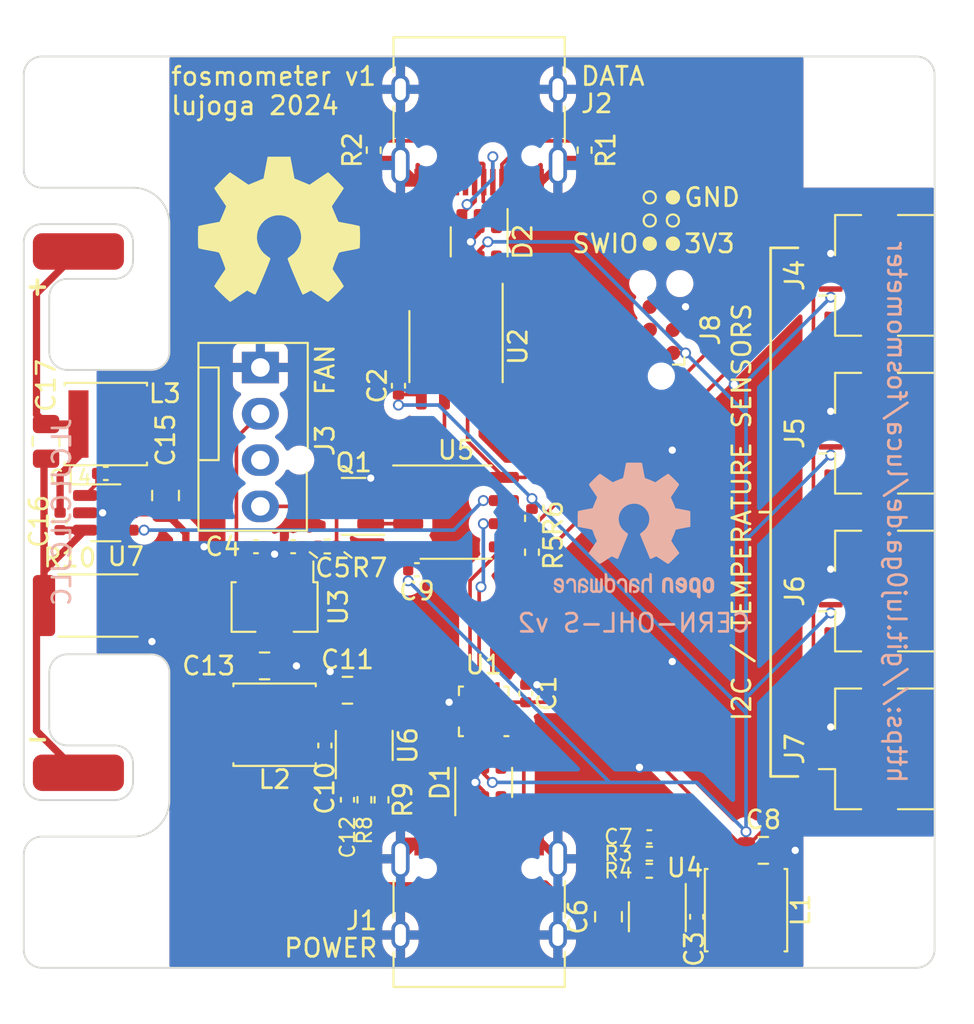
<source format=kicad_pcb>
(kicad_pcb (version 20221018) (generator pcbnew)

  (general
    (thickness 1.6)
  )

  (paper "A4")
  (layers
    (0 "F.Cu" signal)
    (31 "B.Cu" signal)
    (32 "B.Adhes" user "B.Adhesive")
    (33 "F.Adhes" user "F.Adhesive")
    (34 "B.Paste" user)
    (35 "F.Paste" user)
    (36 "B.SilkS" user "B.Silkscreen")
    (37 "F.SilkS" user "F.Silkscreen")
    (38 "B.Mask" user)
    (39 "F.Mask" user)
    (40 "Dwgs.User" user "User.Drawings")
    (41 "Cmts.User" user "User.Comments")
    (42 "Eco1.User" user "User.Eco1")
    (43 "Eco2.User" user "User.Eco2")
    (44 "Edge.Cuts" user)
    (45 "Margin" user)
    (46 "B.CrtYd" user "B.Courtyard")
    (47 "F.CrtYd" user "F.Courtyard")
    (48 "B.Fab" user)
    (49 "F.Fab" user)
    (50 "User.1" user)
    (51 "User.2" user)
    (52 "User.3" user)
    (53 "User.4" user)
    (54 "User.5" user)
    (55 "User.6" user)
    (56 "User.7" user)
    (57 "User.8" user)
    (58 "User.9" user)
  )

  (setup
    (stackup
      (layer "F.SilkS" (type "Top Silk Screen"))
      (layer "F.Paste" (type "Top Solder Paste"))
      (layer "F.Mask" (type "Top Solder Mask") (thickness 0.01))
      (layer "F.Cu" (type "copper") (thickness 0.035))
      (layer "dielectric 1" (type "core") (thickness 1.51) (material "FR4") (epsilon_r 4.5) (loss_tangent 0.02))
      (layer "B.Cu" (type "copper") (thickness 0.035))
      (layer "B.Mask" (type "Bottom Solder Mask") (thickness 0.01))
      (layer "B.Paste" (type "Bottom Solder Paste"))
      (layer "B.SilkS" (type "Bottom Silk Screen"))
      (copper_finish "HAL lead-free")
      (dielectric_constraints no)
    )
    (pad_to_mask_clearance 0)
    (pcbplotparams
      (layerselection 0x00010fc_ffffffff)
      (plot_on_all_layers_selection 0x0000000_00000000)
      (disableapertmacros false)
      (usegerberextensions true)
      (usegerberattributes false)
      (usegerberadvancedattributes false)
      (creategerberjobfile false)
      (dashed_line_dash_ratio 12.000000)
      (dashed_line_gap_ratio 3.000000)
      (svgprecision 4)
      (plotframeref false)
      (viasonmask false)
      (mode 1)
      (useauxorigin false)
      (hpglpennumber 1)
      (hpglpenspeed 20)
      (hpglpendiameter 15.000000)
      (dxfpolygonmode true)
      (dxfimperialunits true)
      (dxfusepcbnewfont true)
      (psnegative false)
      (psa4output false)
      (plotreference true)
      (plotvalue false)
      (plotinvisibletext false)
      (sketchpadsonfab false)
      (subtractmaskfromsilk true)
      (outputformat 1)
      (mirror false)
      (drillshape 0)
      (scaleselection 1)
      (outputdirectory "gerber/")
    )
  )

  (net 0 "")
  (net 1 "+3V3")
  (net 2 "GND")
  (net 3 "Net-(U4-BS)")
  (net 4 "Net-(U4-LX)")
  (net 5 "+12V")
  (net 6 "+5V")
  (net 7 "VBUS")
  (net 8 "Net-(U4-FB)")
  (net 9 "Net-(U6-BS)")
  (net 10 "Net-(U6-LX)")
  (net 11 "Net-(U6-FB)")
  (net 12 "Net-(U7-BS)")
  (net 13 "Net-(U7-LX)")
  (net 14 "Net-(J9-Pin_1)")
  (net 15 "Net-(J10-Pin_1)")
  (net 16 "/CC1")
  (net 17 "/CC2")
  (net 18 "/D-")
  (net 19 "/D+")
  (net 20 "unconnected-(J1-D+-PadA6)")
  (net 21 "unconnected-(J1-D--PadA7)")
  (net 22 "unconnected-(J1-SBU1-PadA8)")
  (net 23 "unconnected-(J1-D+-PadB6)")
  (net 24 "unconnected-(J1-D--PadB7)")
  (net 25 "unconnected-(J1-SBU2-PadB8)")
  (net 26 "unconnected-(J2-VBUS-PadA4)")
  (net 27 "Net-(J2-CC1)")
  (net 28 "unconnected-(J2-SBU1-PadA8)")
  (net 29 "Net-(J2-CC2)")
  (net 30 "unconnected-(J2-SBU2-PadB8)")
  (net 31 "unconnected-(J3-Tacho-Pad3)")
  (net 32 "Net-(J3-PWM)")
  (net 33 "/SDA")
  (net 34 "/SCL")
  (net 35 "unconnected-(J4-MountPin-PadMP)")
  (net 36 "unconnected-(J5-MountPin-PadMP)")
  (net 37 "unconnected-(J6-MountPin-PadMP)")
  (net 38 "unconnected-(J7-MountPin-PadMP)")
  (net 39 "/SWIO{slash}TXD")
  (net 40 "unconnected-(J8-~{RESET}-Pad3)")
  (net 41 "unconnected-(J8-SWCLK-Pad4)")
  (net 42 "unconnected-(J8-SWO-Pad6)")
  (net 43 "/PWM")
  (net 44 "unconnected-(U1-INT_N-Pad5)")
  (net 45 "unconnected-(U1-VCONN-Pad12)")
  (net 46 "unconnected-(U1-VCONN-Pad13)")
  (net 47 "unconnected-(U2-~{RTS}-Pad4)")
  (net 48 "/RXD")
  (net 49 "/TEC")

  (footprint "fosmometer:Jushuo_AFC01-S04FCx-00_1x04-1MP_P0.50mm_Horizontal" (layer "F.Cu") (at 147.325 145.67 90))

  (footprint "Package_DFN_QFN:WQFN-14-1EP_2.5x2.5mm_P0.5mm_EP1.45x1.45mm" (layer "F.Cu") (at 125.25 160.93 180))

  (footprint "Capacitor_SMD:C_0402_1005Metric" (layer "F.Cu") (at 116.53 162.8025 90))

  (footprint "Resistor_SMD:R_0402_1005Metric" (layer "F.Cu") (at 116.6625 151.885))

  (footprint "Capacitor_SMD:C_0805_2012Metric" (layer "F.Cu") (at 140.6 168.5575))

  (footprint "Connector_USB:USB_C_Receptacle_HRO_TYPE-C-31-M-12" (layer "F.Cu") (at 125 172.15))

  (footprint "Resistor_SMD:R_0402_1005Metric" (layer "F.Cu") (at 127.9 150.34 -90))

  (footprint "Capacitor_SMD:C_0805_2012Metric" (layer "F.Cu") (at 117.77 159.7725 180))

  (footprint "Resistor_SMD:R_0402_1005Metric" (layer "F.Cu") (at 119.64 165.7825 -90))

  (footprint "MountingHole:MountingHole_3.2mm_M3" (layer "F.Cu") (at 146.4 128.6))

  (footprint "Inductor_SMD:L_Sunlord_SWPA4030S" (layer "F.Cu") (at 139.65 171.8375 90))

  (footprint "Capacitor_SMD:C_0402_1005Metric" (layer "F.Cu") (at 117.77 165.7825 90))

  (footprint "Connector_USB:USB_C_Receptacle_HRO_TYPE-C-31-M-12" (layer "F.Cu") (at 125 127.85 180))

  (footprint "fosmometer:Jushuo_AFC01-S04FCx-00_1x04-1MP_P0.50mm_Horizontal" (layer "F.Cu") (at 147.325 154.33 90))

  (footprint "Package_TO_SOT_SMD:SOT-23-6" (layer "F.Cu") (at 125.25 164.83 90))

  (footprint "Capacitor_SMD:C_0402_1005Metric" (layer "F.Cu") (at 104.505 147.8775))

  (footprint "Package_TO_SOT_SMD:SOT-89-3" (layer "F.Cu") (at 113.77 155.205 -90))

  (footprint "fosmometer:Jushuo_AFC01-S04FCx-00_1x04-1MP_P0.50mm_Horizontal" (layer "F.Cu") (at 147.325 137.01 90))

  (footprint "Capacitor_SMD:C_0805_2012Metric" (layer "F.Cu") (at 107.785 149.0875 90))

  (footprint "Resistor_SMD:R_0402_1005Metric" (layer "F.Cu") (at 119.21 130.14 -90))

  (footprint "Connector:FanPinHeader_1x04_P2.54mm_Vertical" (layer "F.Cu") (at 112.99 142.065 -90))

  (footprint "Capacitor_SMD:C_0402_1005Metric" (layer "F.Cu") (at 114.79 151.895 180))

  (footprint "Inductor_SMD:L_Sunlord_SWPA4030S" (layer "F.Cu") (at 104.505 145.1675 180))

  (footprint "Package_SO:SOP-8_3.9x4.9mm_P1.27mm" (layer "F.Cu") (at 123.73 140.92 -90))

  (footprint "Package_TO_SOT_SMD:SOT-23-6" (layer "F.Cu") (at 104.505 150.0375))

  (footprint "Capacitor_SMD:C_0805_2012Metric" (layer "F.Cu") (at 101.225 146.1175 -90))

  (footprint "Package_SO:SOP-8_3.9x4.9mm_P1.27mm" (layer "F.Cu") (at 123.73 150))

  (footprint "Capacitor_SMD:C_0402_1005Metric" (layer "F.Cu") (at 136.94 172.2 -90))

  (footprint "Resistor_SMD:R_0402_1005Metric" (layer "F.Cu") (at 118.7 165.7825 90))

  (footprint "MountingHole:MountingHole_3.2mm_M3" (layer "F.Cu") (at 103.6 128.6))

  (footprint "Package_TO_SOT_SMD:SOT-23" (layer "F.Cu") (at 118.11 149.685 180))

  (footprint "Capacitor_SMD:C_0402_1005Metric" (layer "F.Cu") (at 127.56 159.95 90))

  (footprint "Capacitor_SMD:C_0805_2012Metric" (layer "F.Cu") (at 113.22 158.435))

  (footprint "Connector:Tag-Connect_TC2030-IDC-NL_2x03_P1.27mm_Vertical" (layer "F.Cu") (at 135 140 90))

  (footprint "Package_TO_SOT_SMD:SOT-23-6" (layer "F.Cu") (at 134.78 172.2 -90))

  (footprint "Resistor_SMD:R_2512_6332Metric" (layer "F.Cu") (at 104.075 155.125))

  (footprint "fosmometer:Jushuo_AFC01-S04FCx-00_1x04-1MP_P0.50mm_Horizontal" (layer "F.Cu") (at 147.325 162.99 90))

  (footprint "Capacitor_SMD:C_0402_1005Metric" (layer "F.Cu") (at 112.75 151.895))

  (footprint "MountingHole:MountingHole_3.2mm_M3" (layer "F.Cu") (at 146.4 171.4))

  (footprint "Capacitor_SMD:C_0402_1005Metric" (layer "F.Cu") (at 101.995 150.5075 -90))

  (footprint "Capacitor_SMD:C_0402_1005Metric" (layer "F.Cu") (at 120.57 143.065 90))

  (footprint "Capacitor_SMD:C_0402_1005Metric" (layer "F.Cu") (at 134.34 167.81 180))

  (footprint "Resistor_SMD:R_0402_1005Metric" (layer "F.Cu") (at 134.34 168.74 180))

  (footprint "Resistor_SMD:R_0402_1005Metric" (layer "F.Cu") (at 130.79 130.14 -90))

  (footprint "fosmometer:Pad_1x01_SMD_2x5mm" (layer "F.Cu") (at 103 164.3 90))

  (footprint "fosmometer:Pad_1x01_SMD_2x5mm" (layer "F.Cu") (at 103 135.7 90))

  (footprint "Capacitor_SMD:C_0402_1005Metric" (layer "F.Cu") (at 121.585 153.16))

  (footprint "Symbol:OSHW-Symbol_8.9x8mm_SilkScreen" (layer "F.Cu") (at 114 134.5))

  (footprint "Capacitor_SMD:C_0805_2012Metric" (layer "F.Cu")
    (tstamp e9c6ff25-97e8-4103-996e-477c2dcc2048)
... [329633 chars truncated]
</source>
